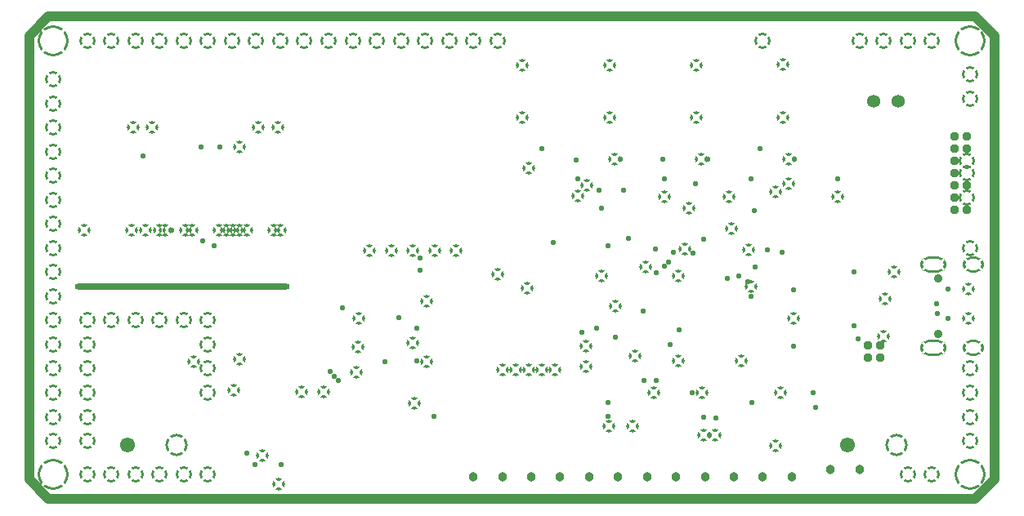
<source format=gbr>
%TF.GenerationSoftware,Altium Limited,Altium Designer,21.0.8 (223)*%
G04 Layer_Physical_Order=3*
G04 Layer_Color=128*
%FSLAX45Y45*%
%MOMM*%
%TF.SameCoordinates,93EC2011-4169-4821-B187-25AADE7CFEA4*%
%TF.FilePolarity,Negative*%
%TF.FileFunction,Copper,L3,Inr,Plane*%
%TF.Part,Single*%
G01*
G75*
%TA.AperFunction,NonConductor*%
%ADD57C,1.01600*%
%TA.AperFunction,ComponentPad*%
%ADD59C,1.35400*%
%ADD60C,0.95400*%
%ADD64C,0.90400*%
G04:AMPARAMS|DCode=65|XSize=2.316mm|YSize=2.316mm|CornerRadius=0mm|HoleSize=0mm|Usage=FLASHONLY|Rotation=0.000|XOffset=0mm|YOffset=0mm|HoleType=Round|Shape=Relief|Width=0.254mm|Gap=0.254mm|Entries=4|*
%AMTHD65*
7,0,0,2.31600,1.80800,0.25400,45*
%
%ADD65THD65*%
%ADD66C,1.55400*%
%ADD67O,22.25400X0.65400*%
%TA.AperFunction,ViaPad*%
%ADD68C,0.96520*%
%ADD69C,0.55400*%
G04:AMPARAMS|DCode=70|XSize=1.316mm|YSize=1.316mm|CornerRadius=0mm|HoleSize=0mm|Usage=FLASHONLY|Rotation=0.000|XOffset=0mm|YOffset=0mm|HoleType=Round|Shape=Relief|Width=0.254mm|Gap=0.254mm|Entries=4|*
%AMTHD70*
7,0,0,1.31600,0.80800,0.25400,45*
%
%ADD70THD70*%
G04:AMPARAMS|DCode=71|XSize=1.7272mm|YSize=1.7272mm|CornerRadius=0mm|HoleSize=0mm|Usage=FLASHONLY|Rotation=0.000|XOffset=0mm|YOffset=0mm|HoleType=Round|Shape=Relief|Width=0.254mm|Gap=0.254mm|Entries=4|*
%AMTHD71*
7,0,0,1.72720,1.21920,0.25400,45*
%
%ADD71THD71*%
%TA.AperFunction,ComponentPad*%
G04:AMPARAMS|DCode=72|XSize=1.716mm|YSize=1.716mm|CornerRadius=0mm|HoleSize=0mm|Usage=FLASHONLY|Rotation=0.000|XOffset=0mm|YOffset=0mm|HoleType=Round|Shape=Relief|Width=0.254mm|Gap=0.254mm|Entries=4|*
%AMTHD72*
7,0,0,1.71600,1.20800,0.25400,45*
%
%ADD72THD72*%
%TA.AperFunction,ViaPad*%
G04:AMPARAMS|DCode=73|XSize=3.216mm|YSize=3.216mm|CornerRadius=0mm|HoleSize=0mm|Usage=FLASHONLY|Rotation=0.000|XOffset=0mm|YOffset=0mm|HoleType=Round|Shape=Relief|Width=0.254mm|Gap=0.254mm|Entries=4|*
%AMTHD73*
7,0,0,3.21600,2.70800,0.25400,45*
%
%ADD73THD73*%
%TA.AperFunction,ComponentPad*%
%AMTHOVALD74*
21,1,0.60000,1.61600,0,0,180.0*
1,1,1.61600,0.30000,0.00000*
1,1,1.61600,-0.30000,0.00000*
21,0,0.60000,1.10800,0,0,180.0*
1,0,1.10800,0.30000,0.00000*
1,0,1.10800,-0.30000,0.00000*
4,0,4,0.21020,0.08980,0.78154,0.66114,0.96114,0.48154,0.38980,-0.08980,0.21020,0.08980,0.0*
4,0,4,-0.38980,0.08980,-0.96114,-0.48154,-0.78154,-0.66114,-0.21020,-0.08980,-0.38980,0.08980,0.0*
4,0,4,0.38980,0.08980,0.96114,-0.48154,0.78154,-0.66114,0.21020,-0.08980,0.38980,0.08980,0.0*
4,0,4,-0.21020,0.08980,-0.78154,0.66114,-0.96114,0.48154,-0.38980,-0.08980,-0.21020,0.08980,0.0*
%
%ADD74THOVALD74*%

%AMTHOVALD75*
21,1,1.10000,1.61600,0,0,180.0*
1,1,1.61600,0.55000,0.00000*
1,1,1.61600,-0.55000,0.00000*
21,0,1.10000,1.10800,0,0,180.0*
1,0,1.10800,0.55000,0.00000*
1,0,1.10800,-0.55000,0.00000*
4,0,4,0.46020,0.08980,1.03154,0.66114,1.21114,0.48154,0.63980,-0.08980,0.46020,0.08980,0.0*
4,0,4,-0.63980,0.08980,-1.21114,-0.48154,-1.03154,-0.66114,-0.46020,-0.08980,-0.63980,0.08980,0.0*
4,0,4,0.63980,0.08980,1.21114,-0.48154,1.03154,-0.66114,0.46020,-0.08980,0.63980,0.08980,0.0*
4,0,4,-0.46020,0.08980,-1.03154,0.66114,-1.21114,0.48154,-0.63980,-0.08980,-0.46020,0.08980,0.0*
%
%ADD75THOVALD75*%

D57*
X10000000Y200000D02*
Y4800000D01*
X9800000Y5000000D02*
X10000000Y4800000D01*
X200000Y5000000D02*
X9800000D01*
X0Y4800000D02*
X200000Y5000000D01*
X0Y200000D02*
X0Y4800000D01*
X0Y200000D02*
X200000Y0D01*
X9800000D01*
X10000000Y200000D01*
D59*
X8748000Y4125000D02*
D03*
X9002000D02*
D03*
D60*
X9713500Y3756000D02*
D03*
X9586500D02*
D03*
X9713500Y3629000D02*
D03*
X9586500D02*
D03*
Y3502000D02*
D03*
Y3375000D02*
D03*
X9713500Y3248000D02*
D03*
Y2994000D02*
D03*
X9586500Y3248000D02*
D03*
Y3121000D02*
D03*
Y2994000D02*
D03*
X8811260Y1463040D02*
D03*
X8684260D02*
D03*
X8811260Y1590040D02*
D03*
X8684260D02*
D03*
D64*
X9417000Y2289000D02*
D03*
Y1711000D02*
D03*
D65*
X8984000Y558800D02*
D03*
X1524000D02*
D03*
D66*
X8476000D02*
D03*
X1016000D02*
D03*
D67*
X1584500Y2197600D02*
D03*
D68*
X4600000Y225000D02*
D03*
X4900000D02*
D03*
X5200000D02*
D03*
X5500000D02*
D03*
X5800000D02*
D03*
X6100000D02*
D03*
X6400000D02*
D03*
X6700000D02*
D03*
X7000000D02*
D03*
X7300000D02*
D03*
X7600000D02*
D03*
X7900000D02*
D03*
X8300000Y300000D02*
D03*
X8600000D02*
D03*
D69*
X5999480Y1000520D02*
D03*
X5725000Y1725000D02*
D03*
X5996940Y2620920D02*
D03*
X7475220Y2100580D02*
D03*
X5427980Y2654300D02*
D03*
X6489700Y2590800D02*
D03*
X6875671Y2548786D02*
D03*
X7802880Y2557780D02*
D03*
X6367780Y1229360D02*
D03*
X6494780D02*
D03*
X8125000Y1100000D02*
D03*
X4050539Y2498599D02*
D03*
X4050030Y2366010D02*
D03*
X3246120Y1978660D02*
D03*
X3205480Y1229360D02*
D03*
X4196080Y858520D02*
D03*
X3116183Y1318260D02*
D03*
X3162300Y1272540D02*
D03*
X5875000Y1767500D02*
D03*
X7235925Y2281830D02*
D03*
X7349505Y2311187D02*
D03*
X7442200Y2250440D02*
D03*
X6622140Y2458546D02*
D03*
X6580907Y2410227D02*
D03*
X1478280Y2781300D02*
D03*
X7508240Y2989580D02*
D03*
X6733540Y1750060D02*
D03*
X2606040Y355600D02*
D03*
X6642100Y1600200D02*
D03*
X8582660Y1656080D02*
D03*
X6000000Y855000D02*
D03*
X6494780Y2342913D02*
D03*
X8150000Y950000D02*
D03*
X2341880Y353060D02*
D03*
X2255000Y472960D02*
D03*
X4018280Y1427480D02*
D03*
X3683450Y1425200D02*
D03*
X8371840Y3314700D02*
D03*
X7929880Y3522980D02*
D03*
X8547100Y1798320D02*
D03*
Y2352040D02*
D03*
X7645400Y2585720D02*
D03*
X6578600Y3317240D02*
D03*
X6126480Y3520440D02*
D03*
X6563360Y3522980D02*
D03*
X7025640Y3520440D02*
D03*
X7574280Y3632200D02*
D03*
X7477760Y3317240D02*
D03*
X1176250Y3557500D02*
D03*
X7917180Y2164080D02*
D03*
X7919720Y1582420D02*
D03*
X7487920Y998220D02*
D03*
X7117080Y840740D02*
D03*
X6982460Y843280D02*
D03*
X6870700Y1099820D02*
D03*
X6211240Y2702600D02*
D03*
X5930900Y3014980D02*
D03*
X5661660Y3515360D02*
D03*
X5679440Y3314700D02*
D03*
X5311140Y3632200D02*
D03*
X4018280Y1767840D02*
D03*
X3830320Y1877060D02*
D03*
X6075680Y1676400D02*
D03*
X9514840Y2174240D02*
D03*
Y1871980D02*
D03*
X1798320Y2677160D02*
D03*
X1913890Y2622867D02*
D03*
X6676390Y2559050D02*
D03*
X6362700Y1948180D02*
D03*
X6982460Y2692400D02*
D03*
X1976120Y3652520D02*
D03*
X1775460D02*
D03*
X6903720Y3266440D02*
D03*
X6159500Y3197860D02*
D03*
X7523480Y2402840D02*
D03*
X5905500Y3200400D02*
D03*
X9403440Y2024380D02*
D03*
X9405620Y1925320D02*
D03*
D70*
X1700000Y1425000D02*
D03*
X4424680Y2575560D02*
D03*
X7277100Y2801620D02*
D03*
X3975000Y2575000D02*
D03*
X4200000D02*
D03*
X3750000D02*
D03*
X3525000D02*
D03*
X6068060Y2001520D02*
D03*
X2410460Y449580D02*
D03*
X7251700Y3129280D02*
D03*
X7868920Y3268980D02*
D03*
X7729220Y3182620D02*
D03*
X8371840Y3129280D02*
D03*
X7866380Y3522980D02*
D03*
X5173980Y1338580D02*
D03*
X5311140D02*
D03*
X5036820D02*
D03*
X5448300D02*
D03*
X4899660D02*
D03*
X9730740Y2174240D02*
D03*
Y1871980D02*
D03*
X8862060Y2075180D02*
D03*
X8846820Y1684020D02*
D03*
X7454900Y2585720D02*
D03*
X6791960Y2590800D02*
D03*
X6830060Y3012440D02*
D03*
X6578600Y3134360D02*
D03*
X6959600Y3520440D02*
D03*
X7807960Y3954780D02*
D03*
Y4500880D02*
D03*
X6911340Y3952240D02*
D03*
Y4498340D02*
D03*
X6009640Y3952240D02*
D03*
Y4498340D02*
D03*
X568960Y2786380D02*
D03*
X1059180D02*
D03*
X1201420D02*
D03*
X1343660D02*
D03*
X1409700D02*
D03*
X1620520D02*
D03*
X1689100D02*
D03*
X1968500D02*
D03*
X2039620D02*
D03*
X2110740D02*
D03*
X2600960D02*
D03*
X2529840D02*
D03*
X2250440D02*
D03*
X2179320D02*
D03*
X1074420Y3855720D02*
D03*
X1275080D02*
D03*
X2372360D02*
D03*
X2575560D02*
D03*
X2174240Y3652520D02*
D03*
X7919720Y1874520D02*
D03*
X5679440Y3136900D02*
D03*
X5778500Y3251200D02*
D03*
X6062980Y3520440D02*
D03*
X5171440Y3426460D02*
D03*
X5110480Y4498340D02*
D03*
Y3952240D02*
D03*
X2176780Y1450340D02*
D03*
X5161280Y2184400D02*
D03*
X4853940Y2326640D02*
D03*
X8956040Y2352040D02*
D03*
X2583180Y152400D02*
D03*
X6469380Y1097280D02*
D03*
X6969760Y1099820D02*
D03*
X7782560D02*
D03*
X7729220Y548640D02*
D03*
X7106920Y660400D02*
D03*
X6990080D02*
D03*
X6248400Y751840D02*
D03*
X6002020Y749300D02*
D03*
X7475220Y2199640D02*
D03*
X7376160Y1430020D02*
D03*
X6725920D02*
D03*
X6273800Y1480820D02*
D03*
X6724650Y2313940D02*
D03*
X5768340Y1372540D02*
D03*
X5925820Y2308860D02*
D03*
X5763260Y1582420D02*
D03*
X6385560Y2400300D02*
D03*
X4117340Y2049780D02*
D03*
X4119880Y1424940D02*
D03*
X3992880Y988060D02*
D03*
X3975100Y1620520D02*
D03*
X3416300Y1874520D02*
D03*
X3403600Y1577340D02*
D03*
X3388360Y1315720D02*
D03*
X3048000Y1107440D02*
D03*
X2821940D02*
D03*
X2115820Y1125220D02*
D03*
D71*
X9750000Y1100000D02*
D03*
X9100000Y250000D02*
D03*
X9350000D02*
D03*
X9750000Y600000D02*
D03*
Y850000D02*
D03*
Y1350000D02*
D03*
Y2600000D02*
D03*
Y4150000D02*
D03*
Y4400000D02*
D03*
X1850000Y1100000D02*
D03*
Y1350000D02*
D03*
Y1600000D02*
D03*
Y1850000D02*
D03*
X1600000D02*
D03*
X1350000D02*
D03*
X1100000D02*
D03*
X850000D02*
D03*
X600000D02*
D03*
Y1600000D02*
D03*
Y1350000D02*
D03*
Y1100000D02*
D03*
Y850000D02*
D03*
Y600000D02*
D03*
Y250000D02*
D03*
X850000D02*
D03*
X1100000D02*
D03*
X1350000D02*
D03*
X1600000D02*
D03*
X1850000D02*
D03*
X8600000Y4750000D02*
D03*
X8850000D02*
D03*
X9100000D02*
D03*
X9350000D02*
D03*
X4600000D02*
D03*
X4850000D02*
D03*
X7600000D02*
D03*
X600000D02*
D03*
X850000D02*
D03*
X1100000D02*
D03*
X1350000D02*
D03*
X1600000D02*
D03*
X1850000D02*
D03*
X2100000D02*
D03*
X2350000D02*
D03*
X2600000D02*
D03*
X2850000D02*
D03*
X3100000D02*
D03*
X3350000D02*
D03*
X3600000D02*
D03*
X3850000D02*
D03*
X4100000D02*
D03*
X4350000D02*
D03*
X250000Y4350000D02*
D03*
Y4100000D02*
D03*
Y3850000D02*
D03*
Y3600000D02*
D03*
Y3350000D02*
D03*
Y3100000D02*
D03*
Y2850000D02*
D03*
Y2600000D02*
D03*
Y2350000D02*
D03*
Y2100000D02*
D03*
Y1850000D02*
D03*
Y1600000D02*
D03*
Y1350000D02*
D03*
Y1100000D02*
D03*
Y850000D02*
D03*
Y600000D02*
D03*
D72*
X9713500Y3502000D02*
D03*
Y3375000D02*
D03*
Y3121000D02*
D03*
D73*
X250000Y250000D02*
D03*
X9750000D02*
D03*
Y4750000D02*
D03*
X250000D02*
D03*
D74*
X9782000Y1568000D02*
D03*
Y2432000D02*
D03*
D75*
X9364000D02*
D03*
Y1568000D02*
D03*
%TF.MD5,872efcffbd1d269e5aaf717842f87a86*%
M02*

</source>
